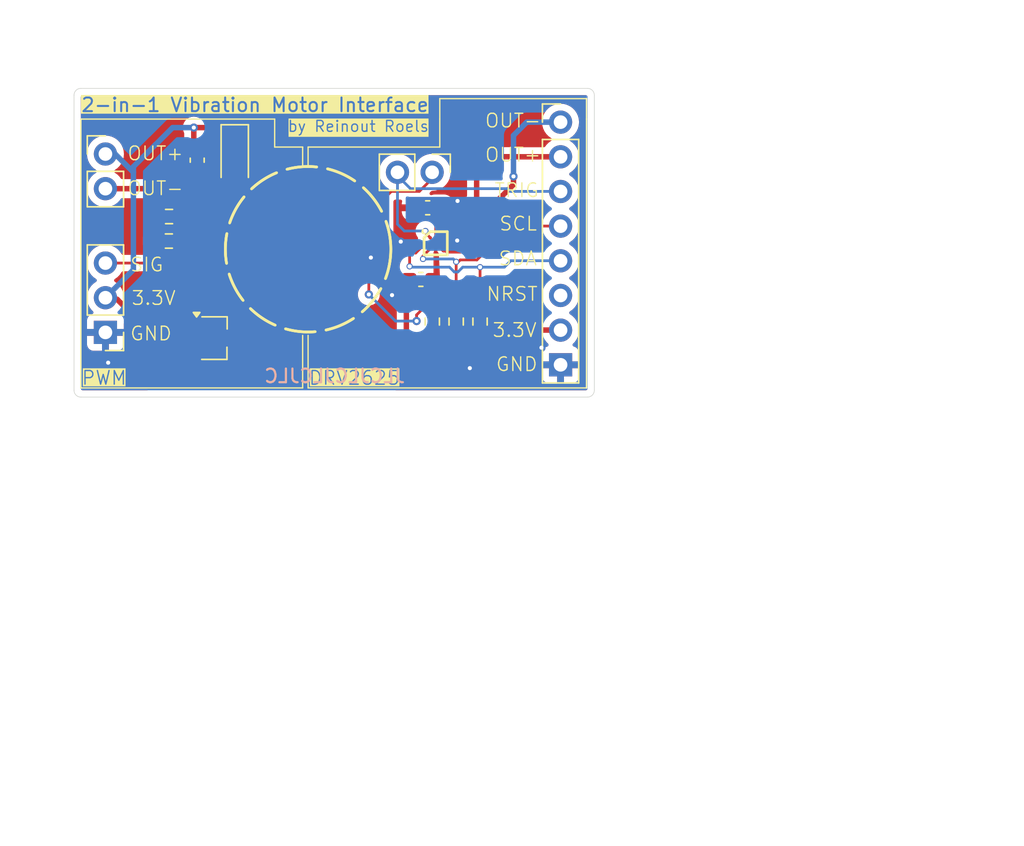
<source format=kicad_pcb>
(kicad_pcb (version 20240108) (generator "pcbnew") (generator_version "8.0")
  (layers (0 "F.Cu" signal) (31 "B.Cu" signal) (34 "B.Paste" user) (35 "F.Paste" user) (36 "B.SilkS" user "B.Silkscreen") (37 "F.SilkS" user "F.Silkscreen") (38 "B.Mask" user) (39 "F.Mask" user) (44 "Edge.Cuts" user))
  (net 0 "")
  (net 1 "Net-(D1-A)")
  (net 2 "+3.3V")
  (net 3 "Net-(IC1-REG)")
  (net 4 "GND")
  (net 5 "TRIG{slash}INTZ")
  (net 6 "SDA")
  (net 7 "OUT+")
  (net 8 "OUT-")
  (net 9 "SCL")
  (net 10 "Net-(J1-Pin_3)")
  (net 11 "Net-(Q1-G)")
  (net 12 "Net-(J3-Pin_1)")
  (footprint "Connector_PinHeader_2.54mm:PinHeader_1x03_P2.54mm_Vertical" (layer "F.Cu") (at 71.8 64.38 180)
    (property "Reference" "J1" (hide yes))
    (property "Value" "Conn_01x03" (hide yes))
    (fp_line (start 1.33 1.27) (end 1.33 6.41) (stroke (width 0.12)) (layer "F.SilkS"))
    (fp_line (start -1.33 6.41) (end 1.33 6.41) (stroke (width 0.12)) (layer "F.SilkS"))
    (fp_line (start -1.33 1.27) (end 1.33 1.27) (stroke (width 0.12)) (layer "F.SilkS"))
    (fp_line (start -1.33 1.27) (end -1.33 6.41) (stroke (width 0.12)) (layer "F.SilkS"))
    (fp_line (start -1.33 0) (end -1.33 -1.33) (stroke (width 0.12)) (layer "F.SilkS"))
    (fp_line (start -1.33 -1.33) (end 0 -1.33) (stroke (width 0.12)) (layer "F.SilkS"))
    (pad "1" thru_hole rect (at 0 0 180) (size 1.7 1.7) (drill 1) (layers "*.Cu" "*.Mask") (net 4 "GND"))
    (pad "2" thru_hole oval (at 0 2.54 180) (size 1.7 1.7) (drill 1) (layers "*.Cu" "*.Mask") (net 2 "+3.3V"))
    (pad "3" thru_hole oval (at 0 5.08 180) (size 1.7 1.7) (drill 1) (layers "*.Cu" "*.Mask") (net 10 "Net-(J1-Pin_3)"))
  )
  (footprint "Resistor_SMD:R_0603_1608Metric_Pad0.98x0.95mm_HandSolder" (layer "F.Cu") (at 76.4625 55.8925 180)
    (property "Reference" "R2" (hide yes))
    (property "Value" "R" (hide yes))
    (fp_line (start -0.254724 0.5225) (end 0.254724 0.5225) (stroke (width 0.12)) (layer "F.SilkS"))
    (fp_line (start -0.254724 -0.5225) (end 0.254724 -0.5225) (stroke (width 0.12)) (layer "F.SilkS"))
    (pad "1" smd roundrect (at -0.9125 0 180) (size 0.975 0.95) (layers "F.Cu" "F.Paste" "F.Mask") (net 11 "Net-(Q1-G)"))
    (pad "2" smd roundrect (at 0.9125 0 180) (size 0.975 0.95) (layers "F.Cu" "F.Paste" "F.Mask") (net 4 "GND"))
  )
  (footprint "Resistor_SMD:R_0603_1608Metric_Pad0.98x0.95mm_HandSolder" (layer "F.Cu") (at 76.45 57.6875)
    (property "Reference" "R1" (hide yes))
    (property "Value" "1K" (hide yes))
    (fp_line (start -0.254724 -0.5225) (end 0.254724 -0.5225) (stroke (width 0.12)) (layer "F.SilkS"))
    (fp_line (start -0.254724 0.5225) (end 0.254724 0.5225) (stroke (width 0.12)) (layer "F.SilkS"))
    (pad "1" smd roundrect (at -0.9125 0) (size 0.975 0.95) (layers "F.Cu" "F.Paste" "F.Mask") (net 10 "Net-(J1-Pin_3)"))
    (pad "2" smd roundrect (at 0.9125 0) (size 0.975 0.95) (layers "F.Cu" "F.Paste" "F.Mask") (net 11 "Net-(Q1-G)"))
  )
  (footprint "Capacitor_SMD:C_0603_1608Metric_Pad1.08x0.95mm_HandSolder" (layer "F.Cu") (at 78.525 51.7625 90)
    (property "Reference" "C1" (hide yes))
    (property "Value" "100nF" (hide yes))
    (fp_line (start -0.146267 -0.51) (end 0.146267 -0.51) (stroke (width 0.12)) (layer "F.SilkS"))
    (fp_line (start -0.146267 0.51) (end 0.146267 0.51) (stroke (width 0.12)) (layer "F.SilkS"))
    (pad "1" smd roundrect (at -0.8625 0 90) (size 1.075 0.95) (layers "F.Cu" "F.Paste" "F.Mask") (net 1 "Net-(D1-A)"))
    (pad "2" smd roundrect (at 0.8625 0 90) (size 1.075 0.95) (layers "F.Cu" "F.Paste" "F.Mask") (net 2 "+3.3V"))
  )
  (footprint "Connector_PinHeader_2.54mm:PinHeader_1x08_P2.54mm_Vertical" (layer "F.Cu") (at 105.15 48.975)
    (property "Reference" "J2" (hide yes))
    (property "Value" "Conn_01x08" (hide yes))
    (fp_line (start -1.33 -1.33) (end 0 -1.33) (stroke (width 0.12)) (layer "F.SilkS"))
    (fp_line (start -1.33 0) (end -1.33 -1.33) (stroke (width 0.12)) (layer "F.SilkS"))
    (fp_line (start -1.33 1.27) (end -1.33 19.11) (stroke (width 0.12)) (layer "F.SilkS"))
    (fp_line (start -1.33 1.27) (end 1.33 1.27) (stroke (width 0.12)) (layer "F.SilkS"))
    (fp_line (start -1.33 19.11) (end 1.33 19.11) (stroke (width 0.12)) (layer "F.SilkS"))
    (fp_line (start 1.33 1.27) (end 1.33 19.11) (stroke (width 0.12)) (layer "F.SilkS"))
    (pad "1" thru_hole circle (at 0 0) (size 1.7 1.7) (drill 1) (layers "*.Cu" "*.Mask") (net 8 "OUT-"))
    (pad "2" thru_hole oval (at 0 2.54) (size 1.7 1.7) (drill 1) (layers "*.Cu" "*.Mask") (net 7 "OUT+"))
    (pad "3" thru_hole oval (at 0 5.08) (size 1.7 1.7) (drill 1) (layers "*.Cu" "*.Mask") (net 5 "TRIG{slash}INTZ"))
    (pad "4" thru_hole oval (at 0 7.62) (size 1.7 1.7) (drill 1) (layers "*.Cu" "*.Mask") (net 9 "SCL"))
    (pad "5" thru_hole oval (at 0 10.16) (size 1.7 1.7) (drill 1) (layers "*.Cu" "*.Mask") (net 6 "SDA"))
    (pad "6" thru_hole oval (at 0 12.7) (size 1.7 1.7) (drill 1) (layers "*.Cu" "*.Mask"))
    (pad "7" thru_hole oval (at 0 15.24) (size 1.7 1.7) (drill 1) (layers "*.Cu" "*.Mask") (net 2 "+3.3V"))
    (pad "8" thru_hole rect (at 0 17.78) (size 1.7 1.7) (drill 1) (layers "*.Cu" "*.Mask") (net 4 "GND"))
  )
  (footprint "Resistor_SMD:R_0603_1608Metric_Pad0.98x0.95mm_HandSolder" (layer "F.Cu") (at 95.75 63.5875 90)
    (property "Reference" "R5" (hide yes))
    (property "Value" "R_Small" (hide yes))
    (fp_line (start -0.254724 -0.5225) (end 0.254724 -0.5225) (stroke (width 0.12)) (layer "F.SilkS"))
    (fp_line (start -0.254724 0.5225) (end 0.254724 0.5225) (stroke (width 0.12)) (layer "F.SilkS"))
    (pad "1" smd roundrect (at -0.9125 0 90) (size 0.975 0.95) (layers "F.Cu" "F.Paste" "F.Mask") (net 2 "+3.3V"))
    (pad "2" smd roundrect (at 0.9125 0 90) (size 0.975 0.95) (layers "F.Cu" "F.Paste" "F.Mask") (net 12 "Net-(J3-Pin_1)"))
  )
  (footprint "Connector_PinHeader_2.54mm:PinHeader_1x02_P2.54mm_Vertical" (layer "F.Cu") (at 95.74 52.65 -90)
    (property "Reference" "J3" (hide yes))
    (property "Value" "Conn_01x02" (hide yes))
    (fp_line (start -1.33 3.87) (end 1.33 3.87) (stroke (width 0.12)) (layer "F.SilkS"))
    (fp_line (start -1.33 1.27) (end -1.33 3.87) (stroke (width 0.12)) (layer "F.SilkS"))
    (fp_line (start -1.33 1.27) (end 1.33 1.27) (stroke (width 0.12)) (layer "F.SilkS"))
    (fp_line (start 1.33 1.27) (end 1.33 3.87) (stroke (width 0.12)) (layer "F.SilkS"))
    (fp_line (start -1.33 0) (end -1.33 -1.33) (stroke (width 0.12)) (layer "F.SilkS"))
    (fp_line (start -1.33 -1.33) (end 0 -1.33) (stroke (width 0.12)) (layer "F.SilkS"))
    (pad "1" thru_hole circle (at 0 0 270) (size 1.7 1.7) (drill 1) (layers "*.Cu" "*.Mask") (net 12 "Net-(J3-Pin_1)"))
    (pad "2" thru_hole oval (at 0 2.54 270) (size 1.7 1.7) (drill 1) (layers "*.Cu" "*.Mask") (net 5 "TRIG{slash}INTZ"))
  )
  (footprint "DRV2625YFFT:BGA9C40P3X3_147X133X62" (layer "F.Cu") (at 96 57.85)
    (property "Reference" "IC1" (hide yes))
    (property "Value" "DRV2625YFFT" (hide yes))
    (fp_line (start -0.85 -0.4) (end -0.4 -0.85) (stroke (width 0.2)) (layer "F.SilkS"))
    (fp_line (start -0.85 0.85) (end -0.85 -0.4) (stroke (width 0.2)) (layer "F.SilkS"))
    (fp_line (start -0.4 -0.85) (end 0.85 -0.85) (stroke (width 0.2)) (layer "F.SilkS"))
    (fp_line (start 0.85 -0.85) (end 0.85 0.85) (stroke (width 0.2)) (layer "F.SilkS"))
    (fp_line (start 0.85 0.85) (end -0.85 0.85) (stroke (width 0.2)) (layer "F.SilkS"))
    (fp_circle (center -0.85 -0.85) (end -0.85 -0.75) (stroke (width 0.2)) (fill none) (layer "F.SilkS"))
    (pad "A1" smd circle (at -0.4 -0.4 90) (size 0.25 0.25) (property pad_prop_bga) (layers "F.Cu" "F.Paste" "F.Mask") (net 5 "TRIG{slash}INTZ"))
    (pad "A2" smd circle (at 0 -0.4 90) (size 0.2 0.2) (property pad_prop_bga) (layers "F.Cu" "F.Paste" "F.Mask") (net 3 "Net-(IC1-REG)"))
    (pad "A3" smd circle (at 0.4 -0.4 90) (size 0.25 0.25) (property pad_prop_bga) (layers "F.Cu" "F.Paste" "F.Mask") (net 7 "OUT+"))
    (pad "B1" smd circle (at -0.4 0 90) (size 0.25 0.25) (property pad_prop_bga) (layers "F.Cu" "F.Paste" "F.Mask") (net 6 "SDA"))
    (pad "B2" smd circle (at 0 0 90) (size 0.25 0.25) (layers "F.Cu" "F.Paste" "F.Mask") (net 2 "+3.3V"))
    (pad "B3" smd circle (at 0.4 0 90) (size 0.25 0.25) (property pad_prop_bga) (layers "F.Cu" "F.Paste" "F.Mask") (net 4 "GND"))
    (pad "C1" smd circle (at -0.4 0.4 90) (size 0.25 0.25) (property pad_prop_bga) (layers "F.Cu" "F.Paste" "F.Mask") (net 9 "SCL"))
    (pad "C2" smd circle (at 0 0.4 90) (size 0.25 0.25) (layers "F.Cu" "F.Paste" "F.Mask") (net 2 "+3.3V"))
    (pad "C3" smd circle (at 0.4 0.4 90) (size 0.25 0.25) (property pad_prop_bga) (layers "F.Cu" "F.Paste" "F.Mask") (net 8 "OUT-"))
  )
  (footprint "Package_TO_SOT_SMD:TSOT-23_HandSoldering" (layer "F.Cu") (at 79.76 64.8)
    (property "Reference" "Q1" (hide yes))
    (property "Value" "Q_NMOS_GSD" (hide yes))
    (fp_line (start 0.945 0.67) (end 0.945 1.56) (stroke (width 0.12)) (layer "F.SilkS"))
    (fp_line (start 0.945 1.56) (end -0.905 1.56) (stroke (width 0.12)) (layer "F.SilkS"))
    (fp_line (start 0.96 -1.56) (end -0.89 -1.56) (stroke (width 0.12)) (layer "F.SilkS"))
    (fp_line (start 0.96 -1.56) (end 0.96 -0.67) (stroke (width 0.12)) (layer "F.SilkS"))
    (fp_poly (pts (xy -1.28 -1.55) (xy -1.52 -1.88) (xy -1.04 -1.88) (xy -1.28 -1.55)) (stroke (width 0.12)) (fill solid) (layer "F.SilkS"))
    (pad "1" smd roundrect (at -1.71 -0.95) (size 2 0.65) (layers "F.Cu" "F.Paste" "F.Mask") (net 11 "Net-(Q1-G)"))
    (pad "2" smd roundrect (at -1.71 0.95) (size 2 0.65) (layers "F.Cu" "F.Paste" "F.Mask") (net 4 "GND"))
    (pad "3" smd roundrect (at 1.71 0) (size 2 0.65) (layers "F.Cu" "F.Paste" "F.Mask") (net 1 "Net-(D1-A)"))
  )
  (footprint "Resistor_SMD:R_0603_1608Metric_Pad0.98x0.95mm_HandSolder" (layer "F.Cu") (at 99.25 63.5875 90)
    (property "Reference" "R4" (hide yes))
    (property "Value" "R_Small" (hide yes))
    (fp_line (start -0.254724 -0.5225) (end 0.254724 -0.5225) (stroke (width 0.12)) (layer "F.SilkS"))
    (fp_line (start -0.254724 0.5225) (end 0.254724 0.5225) (stroke (width 0.12)) (layer "F.SilkS"))
    (pad "1" smd roundrect (at -0.9125 0 90) (size 0.975 0.95) (layers "F.Cu" "F.Paste" "F.Mask") (net 2 "+3.3V"))
    (pad "2" smd roundrect (at 0.9125 0 90) (size 0.975 0.95) (layers "F.Cu" "F.Paste" "F.Mask") (net 6 "SDA"))
  )
  (footprint "Connector_PinHeader_2.54mm:PinHeader_1x02_P2.54mm_Vertical" (layer "F.Cu") (at 71.8 51.31)
    (property "Reference" "M1" (hide yes))
    (property "Value" "Motor_DC" (hide yes))
    (fp_line (start -1.33 -1.33) (end 0 -1.33) (stroke (width 0.12)) (layer "F.SilkS"))
    (fp_line (start -1.33 0) (end -1.33 -1.33) (stroke (width 0.12)) (layer "F.SilkS"))
    (fp_line (start -1.33 1.27) (end -1.33 3.87) (stroke (width 0.12)) (layer "F.SilkS"))
    (fp_line (start -1.33 1.27) (end 1.33 1.27) (stroke (width 0.12)) (layer "F.SilkS"))
    (fp_line (start -1.33 3.87) (end 1.33 3.87) (stroke (width 0.12)) (layer "F.SilkS"))
    (fp_line (start 1.33 1.27) (end 1.33 3.87) (stroke (width 0.12)) (layer "F.SilkS"))
    (pad "1" thru_hole circle (at 0 0) (size 1.7 1.7) (drill 1) (layers "*.Cu" "*.Mask") (net 2 "+3.3V"))
    (pad "2" thru_hole oval (at 0 2.54) (size 1.7 1.7) (drill 1) (layers "*.Cu" "*.Mask") (net 1 "Net-(D1-A)"))
  )
  (footprint "Resistor_SMD:R_0603_1608Metric_Pad0.98x0.95mm_HandSolder" (layer "F.Cu") (at 97.5 63.5875 90)
    (property "Reference" "R3" (hide yes))
    (property "Value" "R_Small" (hide yes))
    (fp_line (start -0.254724 -0.5225) (end 0.254724 -0.5225) (stroke (width 0.12)) (layer "F.SilkS"))
    (fp_line (start -0.254724 0.5225) (end 0.254724 0.5225) (stroke (width 0.12)) (layer "F.SilkS"))
    (pad "1" smd roundrect (at -0.9125 0 90) (size 0.975 0.95) (layers "F.Cu" "F.Paste" "F.Mask") (net 2 "+3.3V"))
    (pad "2" smd roundrect (at 0.9125 0 90) (size 0.975 0.95) (layers "F.Cu" "F.Paste" "F.Mask") (net 9 "SCL"))
  )
  (footprint "Capacitor_SMD:C_0603_1608Metric_Pad1.08x0.95mm_HandSolder" (layer "F.Cu") (at 95.4125 55.25 180)
    (property "Reference" "C2" (hide yes))
    (property "Value" "0.1uF" (hide yes))
    (fp_line (start -0.146267 0.51) (end 0.146267 0.51) (stroke (width 0.12)) (layer "F.SilkS"))
    (fp_line (start -0.146267 -0.51) (end 0.146267 -0.51) (stroke (width 0.12)) (layer "F.SilkS"))
    (pad "1" smd roundrect (at -0.8625 0 180) (size 1.075 0.95) (layers "F.Cu" "F.Paste" "F.Mask") (net 3 "Net-(IC1-REG)"))
    (pad "2" smd roundrect (at 0.8625 0 180) (size 1.075 0.95) (layers "F.Cu" "F.Paste" "F.Mask") (net 4 "GND"))
  )
  (footprint "Diode_SMD:D_SOD-123F" (layer "F.Cu") (at 81.275 51.375 -90)
    (property "Reference" "D1" (hide yes))
    (property "Value" "MBR120ESF" (hide yes))
    (fp_line (start -2.21 1) (end 1.65 1) (stroke (width 0.12)) (layer "F.SilkS"))
    (fp_line (start -2.21 -1) (end -2.21 1) (stroke (width 0.12)) (layer "F.SilkS"))
    (fp_line (start -2.21 -1) (end 1.65 -1) (stroke (width 0.12)) (layer "F.SilkS"))
    (pad "1" smd roundrect (at -1.4 0 270) (size 1.1 1.1) (layers "F.Cu" "F.Paste" "F.Mask") (roundrect_rratio 0.2272727273) (net 2 "+3.3V"))
    (pad "2" smd roundrect (at 1.4 0 270) (size 1.1 1.1) (layers "F.Cu" "F.Paste" "F.Mask") (roundrect_rratio 0.2272727273) (net 1 "Net-(D1-A)"))
  )
  (footprint "Capacitor_SMD:C_0603_1608Metric_Pad1.08x0.95mm_HandSolder" (layer "F.Cu") (at 94.9125 60.5)
    (property "Reference" "C3" (hide yes))
    (property "Value" "0.1uF" (hide yes))
    (fp_line (start -0.146267 -0.51) (end 0.146267 -0.51) (stroke (width 0.12)) (layer "F.SilkS"))
    (fp_line (start -0.146267 0.51) (end 0.146267 0.51) (stroke (width 0.12)) (layer "F.SilkS"))
    (pad "1" smd roundrect (at -0.8625 0) (size 1.075 0.95) (layers "F.Cu" "F.Paste" "F.Mask") (net 4 "GND"))
    (pad "2" smd roundrect (at 0.8625 0) (size 1.075 0.95) (layers "F.Cu" "F.Paste" "F.Mask") (net 2 "+3.3V"))
  )
  (gr_poly (pts (xy 95.88 58.43) (xy 95.84 58.52) (xy 95.84 60.05) (xy 96.23 60.04)) (stroke (width 0.001)) (fill solid) (layer "F.Cu") (net 2))
  (gr_poly (pts (xy 96.12 58.43) (xy 96.23 58.6) (xy 96.31 60.27) (xy 96.06 60.16)) (stroke (width 0.001)) (fill solid) (layer "F.Cu") (net 2))
  (gr_poly (pts (xy 93.89 61.74) (xy 94.56 60.78) (xy 94.56 60.53) (xy 93.58 60.77) (xy 93.76 60.94) (xy 93.34 61.48)) (stroke (width 0.05)) (fill solid) (layer "F.Cu") (net 4))
  (gr_line (start 84.2 48.75) (end 70 48.75) (stroke (width 0.1)) (layer "F.SilkS"))
  (gr_line (start 86.25 52.2) (end 86.25 50.8) (stroke (width 0.1)) (layer "F.SilkS"))
  (gr_line (start 86.65 68.45) (end 107.05 68.45) (stroke (width 0.1)) (layer "F.SilkS"))
  (gr_line (start 96.3 50.8) (end 86.65 50.8) (stroke (width 0.1)) (layer "F.SilkS"))
  (gr_line (start 107.05 47.25) (end 107.05 48.75) (stroke (width 0.1)) (layer "F.SilkS"))
  (gr_circle (center 86.65 58.288235) (end 92.711765 58.288235) (stroke (width 0.2) (type dash)) (fill none) (layer "F.SilkS"))
  (gr_line (start 96.3 47.25) (end 96.3 48.75) (stroke (width 0.1)) (layer "F.SilkS"))
  (gr_line (start 86.65 50.8) (end 86.65 52.22647) (stroke (width 0.1)) (layer "F.SilkS"))
  (gr_line (start 86.65 64.6) (end 86.65 68.45) (stroke (width 0.1)) (layer "F.SilkS"))
  (gr_line (start 107.05 47.25) (end 96.3 47.25) (stroke (width 0.1)) (layer "F.SilkS"))
  (gr_line (start 84.2 48.75) (end 84.2 50.8) (stroke (width 0.1)) (layer "F.SilkS"))
  (gr_line (start 84.2 50.8) (end 86.25 50.8) (stroke (width 0.1)) (layer "F.SilkS"))
  (gr_line (start 70 48.75) (end 70 68.45) (stroke (width 0.1)) (layer "F.SilkS"))
  (gr_line (start 96.3 48.75) (end 96.3 50.8) (stroke (width 0.1)) (layer "F.SilkS"))
  (gr_line (start 107.05 68.45) (end 107.05 48.75) (stroke (width 0.1)) (layer "F.SilkS"))
  (gr_line (start 86.25 68.45) (end 86.25 64.6) (stroke (width 0.1)) (layer "F.SilkS"))
  (gr_line (start 70 68.45) (end 86.25 68.45) (stroke (width 0.1)) (layer "F.SilkS"))
  (gr_line (start 69.5 68.62179) (end 69.5 47) (stroke (width 0.05)) (layer "Edge.Cuts"))
  (gr_line (start 107.123261 69.12179) (end 70 69.12179) (stroke (width 0.05)) (layer "Edge.Cuts"))
  (gr_arc (start 107.623261 68.62179) (mid 107.476816 68.975336) (end 107.123261 69.12179) (stroke (width 0.05)) (layer "Edge.Cuts"))
  (gr_line (start 107.623261 47) (end 107.623261 68.62179) (stroke (width 0.05)) (layer "Edge.Cuts"))
  (gr_arc (start 70 69.12179) (mid 69.646447 68.975343) (end 69.5 68.62179) (stroke (width 0.05)) (layer "Edge.Cuts"))
  (gr_line (start 70 46.5) (end 107.123261 46.5) (stroke (width 0.05)) (layer "Edge.Cuts"))
  (gr_arc (start 69.5 47) (mid 69.646447 46.646447) (end 70 46.5) (stroke (width 0.05)) (layer "Edge.Cuts"))
  (gr_arc (start 107.123261 46.5) (mid 107.47684 46.646433) (end 107.623261 47) (stroke (width 0.05)) (layer "Edge.Cuts"))
  (gr_text "JLCJLCJLCJLC" (at 93.844488 68.16 0) (layer "B.SilkS") (effects (font (size 1 1) (thickness 0.16)) (justify left bottom mirror)))
  (gr_text "OUT-\n" (at 73.35 54.41 0) (layer "F.SilkS") (effects (font (size 1 1) (thickness 0.1)) (justify left bottom)))
  (gr_text "TRIG" (at 100.25 54.55 0) (layer "F.SilkS") (effects (font (size 1 1) (thickness 0.1)) (justify left bottom)))
  (gr_text "GND" (at 100.35 67.3 0) (layer "F.SilkS") (effects (font (size 1 1) (thickness 0.1)) (justify left bottom)))
  (gr_text "OUT-\n" (at 99.55 49.45 0) (layer "F.SilkS") (effects (font (size 1 1) (thickness 0.1)) (justify left bottom)))
  (gr_text "SDA" (at 100.55 59.55 0) (layer "F.SilkS") (effects (font (size 1 1) (thickness 0.1)) (justify left bottom)))
  (gr_text "DRV2625" (at 86.64 68.3 0) (layer "F.SilkS" knockout) (effects (font (size 1 1) (thickness 0.1)) (justify left bottom)))
  (gr_text "OUT+\n" (at 99.55 51.95 0) (layer "F.SilkS") (effects (font (size 1 1) (thickness 0.1)) (justify left bottom)))
  (gr_text "by Reinout Roels\n" (at 85.1 49.75 0) (layer "F.SilkS" knockout) (effects (font (size 0.8 0.8) (thickness 0.1)) (justify left bottom)))
  (gr_text "SCL\n" (at 100.6 57 0) (layer "F.SilkS") (effects (font (size 1 1) (thickness 0.1)) (justify left bottom)))
  (gr_text "PWM" (at 70 68.3 0) (layer "F.SilkS" knockout) (effects (font (size 1 1) (thickness 0.1)) (justify left bottom)))
  (gr_text "3.3V\n" (at 73.65 62.45 0) (layer "F.SilkS") (effects (font (size 1 1) (thickness 0.1)) (justify left bottom)))
  (gr_text "3.3V\n" (at 100.1 64.8 0) (layer "F.SilkS") (effects (font (size 1 1) (thickness 0.1)) (justify left bottom)))
  (gr_text "SIG" (at 73.55 60 0) (layer "F.SilkS") (effects (font (size 1 1) (thickness 0.1)) (justify left bottom)))
  (gr_text "OUT+\n" (at 73.35 51.85 0) (layer "F.SilkS") (effects (font (size 1 1) (thickness 0.1)) (justify left bottom)))
  (gr_text "GND\n" (at 73.55 65.05 0) (layer "F.SilkS") (effects (font (size 1 1) (thickness 0.1)) (justify left bottom)))
  (gr_text "2-in-1 Vibration Motor Interface" (at 69.95 48.3 0) (layer "F.SilkS" knockout) (effects (font (size 1 1)) (justify left bottom)))
  (gr_text "NRST" (at 99.65 62.15 0) (layer "F.SilkS") (effects (font (size 1 1) (thickness 0.1)) (justify left bottom)))
  (segment (start 81.47 63.97) (end 81.47 64.8) (width 0.4) (layer "F.Cu") (net 1))
  (segment (start 79.72 62.25) (end 79.75 62.25) (width 0.4) (layer "F.Cu") (net 1))
  (segment (start 79.72 55.26) (end 79.72 62.25) (width 0.4) (layer "F.Cu") (net 1))
  (segment (start 78.525 52.625) (end 81.125 52.625) (width 0.4) (layer "F.Cu") (net 1))
  (segment (start 78.475 54.015) (end 79.72 55.26) (width 0.4) (layer "F.Cu") (net 1))
  (segment (start 78.485 52.665) (end 78.525 52.625) (width 0.2) (layer "F.Cu") (net 1))
  (segment (start 78.51 52.61) (end 78.525 52.625) (width 0.4) (layer "F.Cu") (net 1))
  (segment (start 78.525 52.625) (end 78.475 52.675) (width 0.4) (layer "F.Cu") (net 1))
  (segment (start 71.8 53.85) (end 77.3 53.85) (width 0.4) (layer "F.Cu") (net 1))
  (segment (start 78.475 52.675) (end 78.475 54.015) (width 0.4) (layer "F.Cu") (net 1))
  (segment (start 81.125 52.625) (end 81.275 52.775) (width 0.2) (layer "F.Cu") (net 1))
  (segment (start 77.3 53.85) (end 78.525 52.625) (width 0.4) (layer "F.Cu") (net 1))
  (segment (start 79.75 62.25) (end 81.47 63.97) (width 0.4) (layer "F.Cu") (net 1))
  (segment (start 97.5 64.5) (end 97.5 65.75) (width 0.2) (layer "F.Cu") (net 2))
  (segment (start 78.275 49.375) (end 78.275 50.65) (width 0.4) (layer "F.Cu") (net 2))
  (segment (start 102.85 65.25) (end 102.85 64.57) (width 0.4) (layer "F.Cu") (net 2))
  (segment (start 95.5 65.75) (end 94.75 65.75) (width 0.4) (layer "F.Cu") (net 2))
  (segment (start 71.92 61.96) (end 72.66 61.96) (width 0.4) (layer "F.Cu") (net 2))
  (segment (start 98.25 65.75) (end 102.35 65.75) (width 0.4) (layer "F.Cu") (net 2))
  (segment (start 74.35 63.65) (end 74.35 66.9) (width 0.4) (layer "F.Cu") (net 2))
  (segment (start 102.85 64.57) (end 103.21 64.21) (width 0.4) (layer "F.Cu") (net 2))
  (segment (start 102.35 65.75) (end 102.85 65.25) (width 0.4) (layer "F.Cu") (net 2))
  (segment (start 95.5 65.75) (end 97.5 65.75) (width 0.4) (layer "F.Cu") (net 2))
  (segment (start 99.25 64.5) (end 99.25 65.75) (width 0.2) (layer "F.Cu") (net 2))
  (segment (start 71.8 61.84) (end 71.92 61.96) (width 0.4) (layer "F.Cu") (net 2))
  (segment (start 103.21 64.21) (end 105.145 64.21) (width 0.4) (layer "F.Cu") (net 2))
  (segment (start 94.35 65.75) (end 94.75 65.75) (width 0.4) (layer "F.Cu") (net 2))
  (segment (start 75.2 67.75) (end 92.75 67.75) (width 0.4) (layer "F.Cu") (net 2))
  (segment (start 93.85 65.25) (end 94.35 65.75) (width 0.4) (layer "F.Cu") (net 2))
  (segment (start 80.675 49.375) (end 81.275 49.975) (width 0.4) (layer "F.Cu") (net 2))
  (segment (start 95.9 60.5) (end 95.775 60.5) (width 0.2) (layer "F.Cu") (net 2))
  (segment (start 78.275 50.65) (end 78.525 50.9) (width 0.4) (layer "F.Cu") (net 2))
  (segment (start 96 58.25) (end 96 57.85) (width 0.15) (layer "F.Cu") (net 2))
  (segment (start 96 60.275) (end 96 58.25) (width 0.25) (layer "F.Cu") (net 2))
  (segment (start 93.85 62.79) (end 93.85 65.25) (width 0.4) (layer "F.Cu") (net 2))
  (segment (start 95.75 64.5) (end 95.75 65.75) (width 0.2) (layer "F.Cu") (net 2))
  (segment (start 78.275 49.375) (end 80.675 49.375) (width 0.4) (layer "F.Cu") (net 2))
  (segment (start 95.9 60.5) (end 95.9 60.74) (width 0.4) (layer "F.Cu") (net 2))
  (segment (start 95.9 60.74) (end 93.85 62.79) (width 0.4) (layer "F.Cu") (net 2))
  (segment (start 92.75 67.75) (end 94.75 65.75) (width 0.4) (layer "F.Cu") (net 2))
  (segment (start 97.5 65.75) (end 99.25 65.75) (width 0.4) (layer "F.Cu") (net 2))
  (segment (start 105.145 64.21) (end 105.15 64.215) (width 0.4) (layer "F.Cu") (net 2))
  (segment (start 74.35 66.9) (end 75.2 67.75) (width 0.4) (layer "F.Cu") (net 2))
  (segment (start 72.66 61.96) (end 74.35 63.65) (width 0.4) (layer "F.Cu") (net 2))
  (segment (start 95.775 60.5) (end 96 60.275) (width 0.2) (layer "F.Cu") (net 2))
  (via (at 78.275 49.375) (size 0.6) (drill 0.3) (layers "F.Cu" "B.Cu") (net 2))
  (segment (start 75.475 50.615) (end 75.485 50.615) (width 0.4) (layer "B.Cu") (net 2))
  (segment (start 73.85 59.79) (end 73.85 52.65) (width 0.4) (layer "B.Cu") (net 2))
  (segment (start 73.85 52.24) (end 75.475 50.615) (width 0.4) (layer "B.Cu") (net 2))
  (segment (start 76.725 49.375) (end 78.275 49.375) (width 0.4) (layer "B.Cu") (net 2))
  (segment (start 73.85 52.65) (end 73.85 52.24) (width 0.4) (layer "B.Cu") (net 2))
  (segment (start 71.8 51.31) (end 72.51 51.31) (width 0.4) (layer "B.Cu") (net 2))
  (segment (start 75.485 50.615) (end 76.725 49.375) (width 0.4) (layer "B.Cu") (net 2))
  (segment (start 71.8 61.84) (end 73.85 59.79) (width 0.4) (layer "B.Cu") (net 2))
  (segment (start 72.51 51.31) (end 73.85 52.65) (width 0.4) (layer "B.Cu") (net 2))
  (segment (start 96 55.525) (end 96.275 55.25) (width 0.2) (layer "F.Cu") (net 3))
  (segment (start 96 57.45) (end 96 55.525) (width 0.2) (layer "F.Cu") (net 3))
  (segment (start 96.400211 57.849789) (end 96.4 57.85) (width 0.2) (layer "F.Cu") (net 4))
  (segment (start 97.375211 57.849789) (end 96.400211 57.849789) (width 0.2) (layer "F.Cu") (net 4))
  (segment (start 97.575 57.65) (end 97.375211 57.849789) (width 0.2) (layer "F.Cu") (net 4))
  (segment (start 94.05 60.5) (end 94.05 60.31) (width 0.2) (layer "F.Cu") (net 4))
  (segment (start 95 55.25) (end 94.55 55.25) (width 0.2) (layer "F.Cu") (net 4))
  (via (at 92.8 61.65) (size 0.6) (drill 0.3) (layers "F.Cu" "B.Cu") (net 4))
  (via (at 91.25 58.9) (size 0.6) (drill 0.3) (layers "F.Cu" "B.Cu") (net 4))
  (via (at 98.5 67) (size 0.6) (drill 0.3) (layers "F.Cu" "B.Cu") (net 4))
  (via (at 103.75 65.5) (size 0.6) (drill 0.3) (layers "F.Cu" "B.Cu") (net 4))
  (via (at 72 66.6) (size 0.6) (drill 0.3) (layers "F.Cu" "B.Cu") (net 4))
  (via (at 97.6 54.75) (size 0.6) (drill 0.3) (layers "F.Cu" "B.Cu") (net 4))
  (via (at 93.44 57.73) (size 0.6) (drill 0.3) (layers "F.Cu" "B.Cu") (net 4))
  (via (at 97.575 57.65) (size 0.6) (drill 0.3) (layers "F.Cu" "B.Cu") (net 4))
  (segment (start 95.25 57.0875) (end 95.25 56.95) (width 0.2) (layer "F.Cu") (net 5))
  (segment (start 95.6 57.4375) (end 95.25 57.0875) (width 0.2) (layer "F.Cu") (net 5))
  (segment (start 95.6 57.45) (end 95.6 57.4375) (width 0.2) (layer "F.Cu") (net 5))
  (via (at 95.25 56.95) (size 0.45) (drill 0.3) (layers "F.Cu" "B.Cu") (net 5))
  (segment (start 101.3 53.85) (end 94.15 53.85) (width 0.2) (layer "B.Cu") (net 5))
  (segment (start 101.5 54.05) (end 101.3 53.85) (width 0.2) (layer "B.Cu") (net 5))
  (segment (start 105.15 54.055) (end 105.145 54.05) (width 0.2) (layer "B.Cu") (net 5))
  (segment (start 95.25 56.95) (end 93.7 56.95) (width 0.2) (layer "B.Cu") (net 5))
  (segment (start 93.7 56.95) (end 93.2 56.45) (width 0.2) (layer "B.Cu") (net 5))
  (segment (start 105.145 54.05) (end 101.5 54.05) (width 0.2) (layer "B.Cu") (net 5))
  (segment (start 93.2 52.9) (end 93.2 52.4) (width 0.2) (layer "B.Cu") (net 5))
  (segment (start 93.2 56.45) (end 93.2 52.56) (width 0.2) (layer "B.Cu") (net 5))
  (segment (start 93.2 52.56) (end 93.21 52.55) (width 0.2) (layer "B.Cu") (net 5))
  (segment (start 94.15 53.85) (end 93.2 52.9) (width 0.2) (layer "B.Cu") (net 5))
  (segment (start 94.09 58.79) (end 94.09 59.54) (width 0.2) (layer "F.Cu") (net 6))
  (segment (start 99.25 59.6) (end 99.25 62.675) (width 0.2) (layer "F.Cu") (net 6))
  (segment (start 94.32 58.56) (end 94.09 58.79) (width 0.2) (layer "F.Cu") (net 6))
  (segment (start 95.25 57.85) (end 94.54 58.56) (width 0.2) (layer "F.Cu") (net 6))
  (segment (start 95.6 57.85) (end 95.25 57.85) (width 0.2) (layer "F.Cu") (net 6))
  (segment (start 94.54 58.56) (end 94.32 58.56) (width 0.2) (layer "F.Cu") (net 6))
  (via (at 99.25 59.6) (size 0.45) (drill 0.3) (layers "F.Cu" "B.Cu") (net 6))
  (via (at 94.09 59.54) (size 0.45) (drill 0.3) (layers "F.Cu" "B.Cu") (net 6))
  (segment (start 94.15 59.6) (end 94.09 59.54) (width 0.2) (layer "B.Cu") (net 6))
  (segment (start 105.145 59.13) (end 105.15 59.135) (width 0.2) (layer "B.Cu") (net 6))
  (segment (start 97.01 59.6) (end 94.15 59.6) (width 0.2) (layer "B.Cu") (net 6))
  (segment (start 99.25 59.6) (end 97.98 59.6) (width 0.2) (layer "B.Cu") (net 6))
  (segment (start 99.25 59.6) (end 101.03 59.6) (width 0.2) (layer "B.Cu") (net 6))
  (segment (start 101.03 59.6) (end 101.5 59.13) (width 0.2) (layer "B.Cu") (net 6))
  (segment (start 101.5 59.13) (end 105.145 59.13) (width 0.2) (layer "B.Cu") (net 6))
  (segment (start 97.98 59.6) (end 97.63 59.95) (width 0.2) (layer "B.Cu") (net 6))
  (segment (start 97.36 59.95) (end 97.01 59.6) (width 0.2) (layer "B.Cu") (net 6))
  (segment (start 97.63 59.95) (end 97.36 59.95) (width 0.2) (layer "B.Cu") (net 6))
  (segment (start 96.65 57.2) (end 96.65 57.19) (width 0.2) (layer "F.Cu") (net 7))
  (segment (start 101.5 51.51) (end 100.54 51.51) (width 0.4) (layer "F.Cu") (net 7))
  (segment (start 96.4 57.45) (end 96.65 57.2) (width 0.25) (layer "F.Cu") (net 7))
  (segment (start 100.54 51.51) (end 99 53.05) (width 0.4) (layer "F.Cu") (net 7))
  (segment (start 99 54.7) (end 97 56.7) (width 0.4) (layer "F.Cu") (net 7))
  (segment (start 101.505 51.515) (end 105.15 51.515) (width 0.4) (layer "F.Cu") (net 7))
  (segment (start 97 56.84) (end 96.65 57.19) (width 0.4) (layer "F.Cu") (net 7))
  (segment (start 97 56.7) (end 97 56.84) (width 0.4) (layer "F.Cu") (net 7))
  (segment (start 99 53.05) (end 99 54.7) (width 0.4) (layer "F.Cu") (net 7))
  (segment (start 101.7 53.55) (end 101.7 52.95) (width 0.4) (layer "F.Cu") (net 8))
  (segment (start 96.425 58.25) (end 96.575 58.4) (width 0.25) (layer "F.Cu") (net 8))
  (segment (start 96.85 58.4) (end 98.45 58.4) (width 0.4) (layer "F.Cu") (net 8))
  (segment (start 96.4 58.25) (end 96.4125 58.25) (width 0.2) (layer "F.Cu") (net 8))
  (segment (start 98.6 58.25) (end 98.6 56.65) (width 0.4) (layer "F.Cu") (net 8))
  (segment (start 98.6 56.65) (end 101.7 53.55) (width 0.4) (layer "F.Cu") (net 8))
  (segment (start 98.45 58.4) (end 98.6 58.25) (width 0.4) (layer "F.Cu") (net 8))
  (segment (start 96.4 58.25) (end 96.425 58.25) (width 0.25) (layer "F.Cu") (net 8))
  (segment (start 96.775 58.4) (end 96.825 58.45) (width 0.2) (layer "F.Cu") (net 8))
  (segment (start 101.7 52.95) (end 101.7 53) (width 0.2) (layer "F.Cu") (net 8))
  (segment (start 96.575 58.4) (end 96.775 58.4) (width 0.25) (layer "F.Cu") (net 8))
  (segment (start 105.125 49) (end 105.15 48.975) (width 0.2) (layer "F.Cu") (net 8))
  (via (at 101.7 52.95) (size 0.6) (drill 0.3) (layers "F.Cu" "B.Cu") (net 8))
  (segment (start 101.7 49.95) (end 102.675 48.975) (width 0.4) (layer "B.Cu") (net 8))
  (segment (start 102.675 48.975) (end 105.15 48.975) (width 0.4) (layer "B.Cu") (net 8))
  (segment (start 101.7 52.95) (end 101.7 49.95) (width 0.4) (layer "B.Cu") (net 8))
  (segment (start 99.02 59.07) (end 101.5 56.59) (width 0.2) (layer "F.Cu") (net 9))
  (segment (start 97.66 59.21) (end 97.8 59.07) (width 0.2) (layer "F.Cu") (net 9))
  (segment (start 97.5 59.21) (end 97.66 59.21) (width 0.2) (layer "F.Cu") (net 9))
  (segment (start 105.145 56.59) (end 105.15 56.595) (width 0.2) (layer "F.Cu") (net 9))
  (segment (start 97.8 59.07) (end 99.02 59.07) (width 0.2) (layer "F.Cu") (net 9))
  (segment (start 95.07 59) (end 95.07 58.78) (width 0.2) (layer "F.Cu") (net 9))
  (segment (start 95.07 58.78) (end 95.575 58.275) (width 0.2) (layer "F.Cu") (net 9))
  (segment (start 97.5 59.21) (end 97.5 62.675) (width 0.2) (layer "F.Cu") (net 9))
  (segment (start 101.5 56.59) (end 105.145 56.59) (width 0.2) (layer "F.Cu") (net 9))
  (via (at 95.07 59) (size 0.45) (drill 0.3) (layers "F.Cu" "B.Cu") (net 9))
  (via (at 97.5 59.21) (size 0.45) (drill 0.3) (layers "F.Cu" "B.Cu") (net 9))
  (segment (start 97.29 59) (end 95.07 59) (width 0.2) (layer "B.Cu") (net 9))
  (segment (start 97.5 59.21) (end 97.29 59) (width 0.2) (layer "B.Cu") (net 9))
  (segment (start 75.5375 58.6625) (end 75.5375 57.6875) (width 0.2) (layer "F.Cu") (net 10))
  (segment (start 72.2 59.7) (end 71.8 59.3) (width 0.2) (layer "F.Cu") (net 10))
  (segment (start 72 59.5) (end 71.8 59.3) (width 0.2) (layer "F.Cu") (net 10))
  (segment (start 75.5375 57.6875) (end 75.5125 57.6625) (width 0.2) (layer "F.Cu") (net 10))
  (segment (start 71.8 59.3) (end 74.9 59.3) (width 0.2) (layer "F.Cu") (net 10))
  (segment (start 74.9 59.3) (end 75.5375 58.6625) (width 0.2) (layer "F.Cu") (net 10))
  (segment (start 77.3625 57.6875) (end 77.375 57.675) (width 0.2) (layer "F.Cu") (net 11))
  (segment (start 77.3625 57.6875) (end 77.3625 63.1625) (width 0.2) (layer "F.Cu") (net 11))
  (segment (start 77.3625 63.1625) (end 78.05 63.85) (width 0.2) (layer "F.Cu") (net 11))
  (segment (start 77.3625 57.6875) (end 77.5375 57.5125) (width 0.2) (layer "F.Cu") (net 11))
  (segment (start 77.375 57.675) (end 77.375 55.6125) (width 0.2) (layer "F.Cu") (net 11))
  (segment (start 92.75 54.05) (end 94.8 54.05) (width 0.2) (layer "F.Cu") (net 12))
  (segment (start 94.6 63.1) (end 95.025 62.675) (width 0.2) (layer "F.Cu") (net 12))
  (segment (start 95.025 62.675) (end 95.75 62.675) (width 0.2) (layer "F.Cu") (net 12))
  (segment (start 94.6 63.55) (end 94.6 63.1) (width 0.2) (layer "F.Cu") (net 12))
  (segment (start 91.1 61.6) (end 91.1 60.8) (width 0.2) (layer "F.Cu") (net 12))
  (segment (start 92.3 59.6) (end 92.3 54.5) (width 0.2) (layer "F.Cu") (net 12))
  (segment (start 91.1 60.8) (end 92.3 59.6) (width 0.2) (layer "F.Cu") (net 12))
  (segment (start 95.74 53.11) (end 95.74 52.4) (width 0.2) (layer "F.Cu") (net 12))
  (segment (start 94.8 54.05) (end 95.74 53.11) (width 0.2) (layer "F.Cu") (net 12))
  (segment (start 92.3 54.5) (end 92.75 54.05) (width 0.2) (layer "F.Cu") (net 12))
  (via (at 94.6 63.55) (size 0.6) (drill 0.3) (layers "F.Cu" "B.Cu") (net 12))
  (via (at 91.1 61.6) (size 0.6) (drill 0.3) (layers "F.Cu" "B.Cu") (net 12))
  (segment (start 91.1 61.6) (end 93.05 63.55) (width 0.2) (layer "B.Cu") (net 12))
  (segment (start 93.05 63.55) (end 94.6 63.55) (width 0.2) (layer "B.Cu") (net 12))
  (zone (net 4) (net_name "GND") (layers "F&B.Cu") (connect_pads (clearance 0.5)) (min_thickness 0.25) (fill yes (thermal_gap 0.5) (thermal_bridge_width 0.5))
    (polygon (pts (xy 64.075 41.1) (xy 139.125 40.025) (xy 138.625 102.025) (xy 64.2 100.325)))
  )
)
</source>
